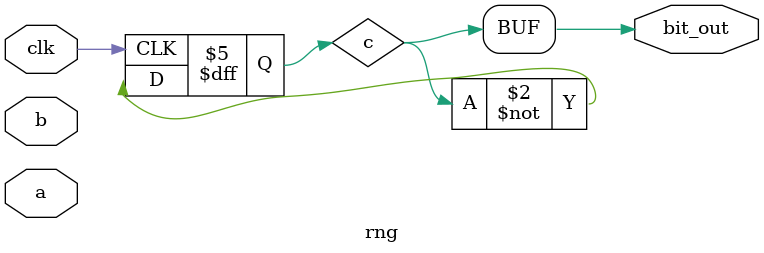
<source format=sv>
module rng ( //count to 2^WIDTH
    input logic clk,
    input logic a,
    input logic b,
    output logic bit_out
);

    logic c = 0;

    always_ff @(posedge clk) begin
        c <= ~c;
    end

    always_comb begin
        bit_out <= c;
        // bit_out <= val % 2;
    end

endmodule

/*
module rng (
    input logic clk,
    input logic a,
    input logic b,
    output logic bit_out
);



    always @ (posedge clk) begin
        x1 <= a;
        x2 <= b;
    end

    //always @ (posedge clk) begin
    //    x1 <= a;
    //    x2 <= b;
    //end

    always @ (posedge clk) begin
        //bit_out <= x1 | x2;
        bit_out <= x1 & x2;
    end
endmodule
*/

/*
module rng (
    input logic clk,
    output logic [0:0] bit_out
);

always_comb begin
    bit_out <= ~bit_out;
end

endmodule
*/
</source>
